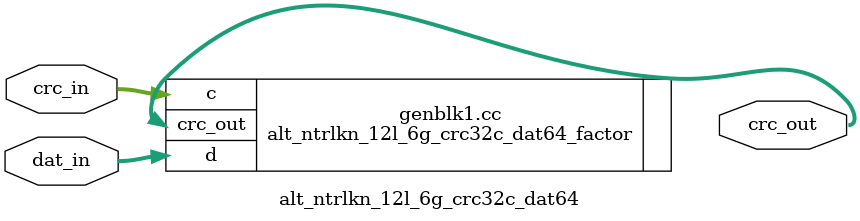
<source format=v>


`timescale 1 ps / 1 ps


module alt_ntrlkn_12l_6g_crc32c_dat64 (
	input[31:0] crc_in,
	input[63:0] dat_in,
	output[31:0] crc_out
);

parameter METHOD = 1;

generate
  if (METHOD == 0)
    alt_ntrlkn_12l_6g_crc32c_dat64_flat cc (.c(crc_in),.d(dat_in),.crc_out(crc_out));
  else
    alt_ntrlkn_12l_6g_crc32c_dat64_factor cc (.c(crc_in),.d(dat_in),.crc_out(crc_out));
endgenerate

endmodule

</source>
